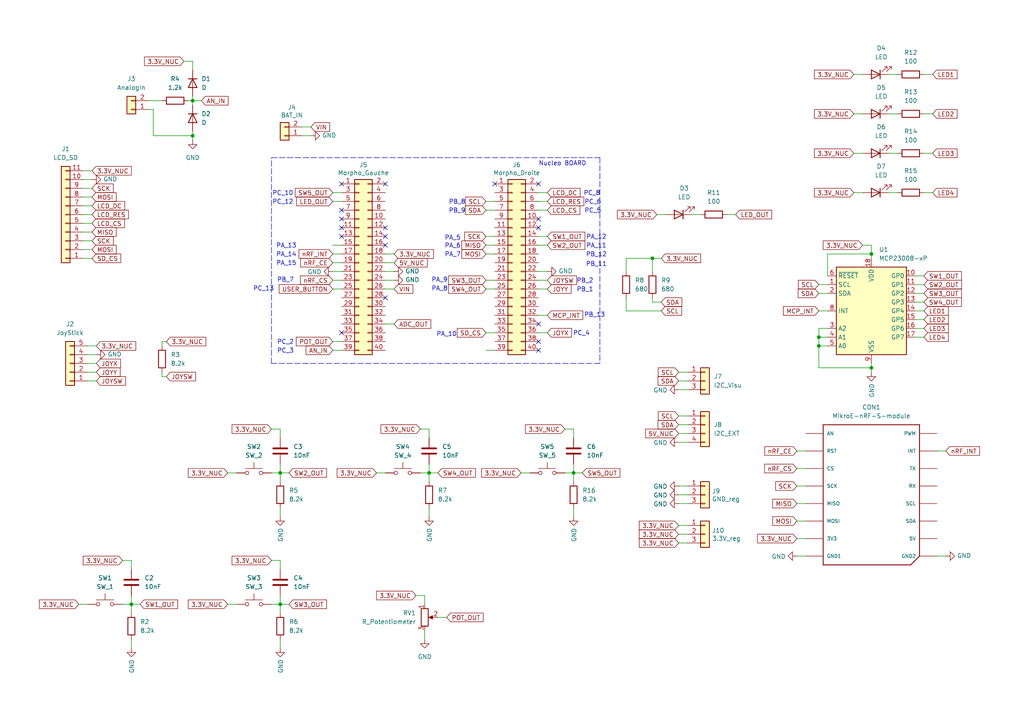
<source format=kicad_sch>
(kicad_sch (version 20231120) (generator "eeschema") (generator_version "8.0")
  (paper "A4")
  (junction (at 252.73 106.68))
  (junction (at 81.28 175.26))
  (junction (at 189.23 74.93))
  (junction (at 252.73 73.66))
  (junction (at 81.28 137.16))
  (junction (at 55.88 29.21))
  (junction (at 237.49 100.33))
  (junction (at 166.37 137.16))
  (junction (at 38.1 175.26))
  (junction (at 124.46 137.16))
  (junction (at 55.88 39.37))
  (junction (at 237.49 97.79))
  (no_connect (at 156.21 93.98))
  (no_connect (at 99.06 68.58))
  (no_connect (at 99.06 60.96))
  (no_connect (at 156.21 101.6))
  (no_connect (at 111.76 66.04))
  (no_connect (at 111.76 68.58))
  (no_connect (at 111.76 86.36))
  (no_connect (at 111.76 71.12))
  (no_connect (at 156.21 99.06))
  (no_connect (at 156.21 63.5))
  (no_connect (at 111.76 53.34))
  (no_connect (at 99.06 53.34))
  (no_connect (at 156.21 66.04))
  (no_connect (at 99.06 66.04))
  (no_connect (at 99.06 63.5))
  (no_connect (at 143.51 53.34))
  (no_connect (at 156.21 53.34))
  (no_connect (at 99.06 96.52))
  (wire (pts (xy 66.04 137.16) (xy 68.58 137.16)))
  (wire (pts (xy 191.77 74.93) (xy 189.23 74.93)))
  (wire (pts (xy 81.28 147.32) (xy 81.28 149.86)))
  (wire (pts (xy 55.88 29.21) (xy 55.88 27.94)))
  (wire (pts (xy 231.14 140.97) (xy 233.68 140.97)))
  (wire (pts (xy 231.14 146.05) (xy 233.68 146.05)))
  (wire (pts (xy 237.49 97.79) (xy 237.49 95.25)))
  (wire (pts (xy 81.28 185.42) (xy 81.28 187.96)))
  (wire (pts (xy 24.13 72.39) (xy 26.67 72.39)))
  (wire (pts (xy 96.52 99.06) (xy 99.06 99.06)))
  (wire (pts (xy 81.28 137.16) (xy 83.82 137.16)))
  (wire (pts (xy 231.14 130.81) (xy 233.68 130.81)))
  (wire (pts (xy 114.3 76.2) (xy 111.76 76.2)))
  (wire (pts (xy 196.85 140.97) (xy 199.39 140.97)))
  (wire (pts (xy 196.85 113.03) (xy 199.39 113.03)))
  (wire (pts (xy 265.43 97.79) (xy 267.97 97.79)))
  (wire (pts (xy 267.97 44.45) (xy 270.51 44.45)))
  (wire (pts (xy 210.82 62.23) (xy 213.36 62.23)))
  (wire (pts (xy 156.21 91.44) (xy 158.75 91.44)))
  (wire (pts (xy 55.88 29.21) (xy 58.42 29.21)))
  (wire (pts (xy 196.85 123.19) (xy 199.39 123.19)))
  (wire (pts (xy 35.56 175.26) (xy 38.1 175.26)))
  (wire (pts (xy 140.97 58.42) (xy 143.51 58.42)))
  (wire (pts (xy 156.21 60.96) (xy 158.75 60.96)))
  (wire (pts (xy 111.76 83.82) (xy 114.3 83.82)))
  (wire (pts (xy 25.4 107.95) (xy 27.94 107.95)))
  (wire (pts (xy 237.49 100.33) (xy 240.03 100.33)))
  (wire (pts (xy 140.97 71.12) (xy 143.51 71.12)))
  (wire (pts (xy 121.92 124.46) (xy 124.46 124.46)))
  (wire (pts (xy 120.65 172.72) (xy 123.19 172.72)))
  (wire (pts (xy 252.73 106.68) (xy 252.73 107.95)))
  (wire (pts (xy 22.86 175.26) (xy 25.4 175.26)))
  (wire (pts (xy 96.52 81.28) (xy 99.06 81.28)))
  (wire (pts (xy 196.85 125.73) (xy 199.39 125.73)))
  (wire (pts (xy 247.65 44.45) (xy 250.19 44.45)))
  (wire (pts (xy 237.49 95.25) (xy 240.03 95.25)))
  (wire (pts (xy 78.74 162.56) (xy 81.28 162.56)))
  (wire (pts (xy 96.52 101.6) (xy 99.06 101.6)))
  (wire (pts (xy 25.4 102.87) (xy 27.94 102.87)))
  (wire (pts (xy 265.43 95.25) (xy 267.97 95.25)))
  (wire (pts (xy 48.26 109.22) (xy 46.99 109.22)))
  (wire (pts (xy 111.76 81.28) (xy 114.3 81.28)))
  (wire (pts (xy 124.46 147.32) (xy 124.46 149.86)))
  (wire (pts (xy 25.4 100.33) (xy 27.94 100.33)))
  (wire (pts (xy 237.49 90.17) (xy 240.03 90.17)))
  (wire (pts (xy 189.23 74.93) (xy 189.23 78.74)))
  (wire (pts (xy 111.76 73.66) (xy 114.3 73.66)))
  (wire (pts (xy 96.52 78.74) (xy 99.06 78.74)))
  (wire (pts (xy 156.21 78.74) (xy 158.75 78.74)))
  (wire (pts (xy 96.52 73.66) (xy 99.06 73.66)))
  (wire (pts (xy 78.74 137.16) (xy 81.28 137.16)))
  (wire (pts (xy 81.28 137.16) (xy 81.28 139.7)))
  (wire (pts (xy 43.18 29.21) (xy 46.99 29.21)))
  (wire (pts (xy 166.37 137.16) (xy 166.37 134.62)))
  (wire (pts (xy 111.76 93.98) (xy 114.3 93.98)))
  (wire (pts (xy 96.52 83.82) (xy 99.06 83.82)))
  (wire (pts (xy 35.56 162.56) (xy 38.1 162.56)))
  (wire (pts (xy 109.22 137.16) (xy 111.76 137.16)))
  (wire (pts (xy 240.03 73.66) (xy 240.03 80.01)))
  (wire (pts (xy 199.39 157.48) (xy 196.85 157.48)))
  (wire (pts (xy 121.92 137.16) (xy 124.46 137.16)))
  (wire (pts (xy 140.97 101.6) (xy 143.51 101.6)))
  (wire (pts (xy 181.61 90.17) (xy 181.61 86.36)))
  (wire (pts (xy 237.49 106.68) (xy 237.49 100.33)))
  (wire (pts (xy 111.76 78.74) (xy 114.3 78.74)))
  (wire (pts (xy 199.39 143.51) (xy 196.85 143.51)))
  (wire (pts (xy 190.5 62.23) (xy 193.04 62.23)))
  (wire (pts (xy 24.13 57.15) (xy 26.67 57.15)))
  (wire (pts (xy 237.49 100.33) (xy 237.49 97.79)))
  (wire (pts (xy 265.43 87.63) (xy 267.97 87.63)))
  (wire (pts (xy 81.28 124.46) (xy 81.28 127)))
  (wire (pts (xy 267.97 21.59) (xy 270.51 21.59)))
  (wire (pts (xy 81.28 175.26) (xy 81.28 172.72)))
  (wire (pts (xy 247.65 33.02) (xy 250.19 33.02)))
  (wire (pts (xy 156.21 71.12) (xy 158.75 71.12)))
  (wire (pts (xy 252.73 71.12) (xy 252.73 73.66)))
  (wire (pts (xy 237.49 97.79) (xy 240.03 97.79)))
  (wire (pts (xy 25.4 110.49) (xy 27.94 110.49)))
  (wire (pts (xy 252.73 71.12) (xy 250.19 71.12)))
  (wire (pts (xy 247.65 21.59) (xy 250.19 21.59)))
  (wire (pts (xy 140.97 81.28) (xy 143.51 81.28)))
  (wire (pts (xy 247.65 55.88) (xy 250.19 55.88)))
  (wire (pts (xy 191.77 90.17) (xy 181.61 90.17)))
  (wire (pts (xy 252.73 105.41) (xy 252.73 106.68)))
  (wire (pts (xy 265.43 85.09) (xy 267.97 85.09)))
  (wire (pts (xy 96.52 76.2) (xy 99.06 76.2)))
  (wire (pts (xy 127 179.07) (xy 129.54 179.07)))
  (wire (pts (xy 38.1 162.56) (xy 38.1 165.1)))
  (wire (pts (xy 156.21 55.88) (xy 158.75 55.88)))
  (wire (pts (xy 231.14 135.89) (xy 233.68 135.89)))
  (wire (pts (xy 123.19 182.88) (xy 123.19 185.42)))
  (wire (pts (xy 265.43 82.55) (xy 267.97 82.55)))
  (wire (pts (xy 140.97 96.52) (xy 143.51 96.52)))
  (wire (pts (xy 257.81 55.88) (xy 260.35 55.88)))
  (wire (pts (xy 38.1 185.42) (xy 38.1 187.96)))
  (wire (pts (xy 78.74 124.46) (xy 81.28 124.46)))
  (wire (pts (xy 156.21 58.42) (xy 158.75 58.42)))
  (wire (pts (xy 25.4 105.41) (xy 27.94 105.41)))
  (wire (pts (xy 237.49 85.09) (xy 240.03 85.09)))
  (wire (pts (xy 96.52 58.42) (xy 99.06 58.42)))
  (wire (pts (xy 163.83 137.16) (xy 166.37 137.16)))
  (wire (pts (xy 257.81 33.02) (xy 260.35 33.02)))
  (polyline (pts (xy 78.74 45.72) (xy 173.99 45.72)) (stroke (width 0) (type dash)))
  (wire (pts (xy 24.13 52.07) (xy 26.67 52.07)))
  (wire (pts (xy 24.13 67.31) (xy 26.67 67.31)))
  (wire (pts (xy 257.81 44.45) (xy 260.35 44.45)))
  (wire (pts (xy 140.97 60.96) (xy 143.51 60.96)))
  (wire (pts (xy 54.61 29.21) (xy 55.88 29.21)))
  (wire (pts (xy 196.85 128.27) (xy 199.39 128.27)))
  (wire (pts (xy 124.46 124.46) (xy 124.46 127)))
  (wire (pts (xy 163.83 124.46) (xy 166.37 124.46)))
  (wire (pts (xy 38.1 175.26) (xy 38.1 172.72)))
  (wire (pts (xy 156.21 83.82) (xy 158.75 83.82)))
  (wire (pts (xy 24.13 62.23) (xy 26.67 62.23)))
  (wire (pts (xy 24.13 54.61) (xy 26.67 54.61)))
  (wire (pts (xy 181.61 74.93) (xy 181.61 78.74)))
  (wire (pts (xy 55.88 39.37) (xy 55.88 40.64)))
  (wire (pts (xy 231.14 151.13) (xy 233.68 151.13)))
  (wire (pts (xy 140.97 83.82) (xy 143.51 83.82)))
  (wire (pts (xy 271.78 161.29) (xy 274.32 161.29)))
  (wire (pts (xy 199.39 152.4) (xy 196.85 152.4)))
  (wire (pts (xy 55.88 39.37) (xy 44.45 39.37)))
  (wire (pts (xy 96.52 55.88) (xy 99.06 55.88)))
  (wire (pts (xy 44.45 31.75) (xy 43.18 31.75)))
  (wire (pts (xy 24.13 59.69) (xy 26.67 59.69)))
  (wire (pts (xy 252.73 73.66) (xy 240.03 73.66)))
  (wire (pts (xy 267.97 55.88) (xy 270.51 55.88)))
  (wire (pts (xy 55.88 17.78) (xy 53.34 17.78)))
  (wire (pts (xy 81.28 175.26) (xy 83.82 175.26)))
  (wire (pts (xy 166.37 137.16) (xy 166.37 139.7)))
  (wire (pts (xy 55.88 38.1) (xy 55.88 39.37)))
  (wire (pts (xy 200.66 62.23) (xy 203.2 62.23)))
  (wire (pts (xy 189.23 87.63) (xy 189.23 86.36)))
  (wire (pts (xy 46.99 109.22) (xy 46.99 107.95)))
  (wire (pts (xy 24.13 74.93) (xy 26.67 74.93)))
  (wire (pts (xy 196.85 107.95) (xy 199.39 107.95)))
  (wire (pts (xy 191.77 87.63) (xy 189.23 87.63)))
  (wire (pts (xy 55.88 20.32) (xy 55.88 17.78)))
  (wire (pts (xy 231.14 161.29) (xy 233.68 161.29)))
  (wire (pts (xy 78.74 175.26) (xy 81.28 175.26)))
  (wire (pts (xy 24.13 69.85) (xy 26.67 69.85)))
  (wire (pts (xy 237.49 82.55) (xy 240.03 82.55)))
  (wire (pts (xy 123.19 172.72) (xy 123.19 175.26)))
  (wire (pts (xy 81.28 175.26) (xy 81.28 177.8)))
  (wire (pts (xy 96.52 71.12) (xy 99.06 71.12)))
  (wire (pts (xy 252.73 106.68) (xy 237.49 106.68)))
  (wire (pts (xy 252.73 73.66) (xy 252.73 74.93)))
  (wire (pts (xy 257.81 21.59) (xy 260.35 21.59)))
  (wire (pts (xy 140.97 68.58) (xy 143.51 68.58)))
  (wire (pts (xy 140.97 73.66) (xy 143.51 73.66)))
  (wire (pts (xy 24.13 64.77) (xy 26.67 64.77)))
  (wire (pts (xy 124.46 137.16) (xy 124.46 134.62)))
  (wire (pts (xy 55.88 29.21) (xy 55.88 30.48)))
  (wire (pts (xy 87.63 39.37) (xy 90.17 39.37)))
  (wire (pts (xy 156.21 81.28) (xy 158.75 81.28)))
  (wire (pts (xy 166.37 147.32) (xy 166.37 149.86)))
  (wire (pts (xy 271.78 130.81) (xy 274.32 130.81)))
  (wire (pts (xy 265.43 80.01) (xy 267.97 80.01)))
  (polyline (pts (xy 78.74 105.41) (xy 78.74 45.72)) (stroke (width 0) (type dash)))
  (wire (pts (xy 166.37 137.16) (xy 168.91 137.16)))
  (wire (pts (xy 38.1 175.26) (xy 40.64 175.26)))
  (wire (pts (xy 124.46 137.16) (xy 124.46 139.7)))
  (wire (pts (xy 156.21 96.52) (xy 158.75 96.52)))
  (wire (pts (xy 81.28 162.56) (xy 81.28 165.1)))
  (wire (pts (xy 46.99 99.06) (xy 48.26 99.06)))
  (polyline (pts (xy 173.99 45.72) (xy 173.99 105.41)) (stroke (width 0) (type dash)))
  (wire (pts (xy 46.99 100.33) (xy 46.99 99.06)))
  (wire (pts (xy 265.43 90.17) (xy 267.97 90.17)))
  (wire (pts (xy 44.45 39.37) (xy 44.45 31.75)))
  (wire (pts (xy 151.13 137.16) (xy 153.67 137.16)))
  (wire (pts (xy 199.39 146.05) (xy 196.85 146.05)))
  (wire (pts (xy 66.04 175.26) (xy 68.58 175.26)))
  (wire (pts (xy 199.39 154.94) (xy 196.85 154.94)))
  (wire (pts (xy 196.85 110.49) (xy 199.39 110.49)))
  (polyline (pts (xy 173.99 105.41) (xy 78.74 105.41)) (stroke (width 0) (type dash)))
  (wire (pts (xy 265.43 92.71) (xy 267.97 92.71)))
  (wire (pts (xy 124.46 137.16) (xy 127 137.16)))
  (wire (pts (xy 166.37 124.46) (xy 166.37 127)))
  (wire (pts (xy 87.63 36.83) (xy 90.17 36.83)))
  (wire (pts (xy 189.23 74.93) (xy 181.61 74.93)))
  (wire (pts (xy 24.13 49.53) (xy 26.67 49.53)))
  (wire (pts (xy 267.97 33.02) (xy 270.51 33.02)))
  (wire (pts (xy 81.28 137.16) (xy 81.28 134.62)))
  (wire (pts (xy 38.1 175.26) (xy 38.1 177.8)))
  (wire (pts (xy 196.85 120.65) (xy 199.39 120.65)))
  (wire (pts (xy 231.14 156.21) (xy 233.68 156.21)))
  (wire (pts (xy 156.21 68.58) (xy 158.75 68.58)))
  (text "PA_12" (at 172.974 68.834 0) (effects (font (size 1.27 1.27))))
  (text "PC_2" (at 82.804 99.314 0) (effects (font (size 1.27 1.27))))
  (text "PB_8" (at 132.588 58.674 0) (effects (font (size 1.27 1.27))))
  (text "PA_7" (at 131.318 73.914 0) (effects (font (size 1.27 1.27))))
  (text "PC_8" (at 171.704 56.134 0) (effects (font (size 1.27 1.27))))
  (text "PA_5" (at 131.318 69.088 0) (effects (font (size 1.27 1.27))))
  (text "PB_13" (at 172.466 91.44 0) (effects (font (size 1.27 1.27))))
  (text "PA_14" (at 83.058 73.914 0) (effects (font (size 1.27 1.27))))
  (text "PB_11" (at 172.974 76.708 0) (effects (font (size 1.27 1.27))))
  (text "PB_9" (at 132.588 61.214 0) (effects (font (size 1.27 1.27))))
  (text "PA_9" (at 127.508 81.28 0) (effects (font (size 1.27 1.27))))
  (text "PC_5" (at 171.958 61.214 0) (effects (font (size 1.27 1.27))))
  (text "PB_2" (at 169.672 81.534 0) (effects (font (size 1.27 1.27))))
  (text "PC_12" (at 82.042 58.674 0) (effects (font (size 1.27 1.27))))
  (text "PC_13" (at 76.454 83.82 0) (effects (font (size 1.27 1.27))))
  (text "PA_8" (at 127.508 83.82 0) (effects (font (size 1.27 1.27))))
  (text "PA_10" (at 129.54 97.028 0) (effects (font (size 1.27 1.27))))
  (text "PA_15" (at 83.058 76.454 0) (effects (font (size 1.27 1.27))))
  (text "PC_10" (at 82.042 56.134 0) (effects (font (size 1.27 1.27))))
  (text "PA_11" (at 172.974 71.374 0) (effects (font (size 1.27 1.27))))
  (text "PC_4" (at 168.656 96.774 0) (effects (font (size 1.27 1.27))))
  (text "PA_6" (at 131.318 71.374 0) (effects (font (size 1.27 1.27))))
  (text "PA_13" (at 83.058 71.374 0) (effects (font (size 1.27 1.27))))
  (text "Nucleo BOARD" (at 156.21 48.26 0) (effects (font (size 1.27 1.27)) (justify left bottom)))
  (text "PB_12" (at 172.974 73.914 0) (effects (font (size 1.27 1.27))))
  (text "PC_3" (at 82.804 101.854 0) (effects (font (size 1.27 1.27))))
  (text "PB_1\n" (at 169.672 84.074 0) (effects (font (size 1.27 1.27))))
  (text "PB_7" (at 82.804 81.28 0) (effects (font (size 1.27 1.27))))
  (text "PC_6" (at 171.958 58.674 0) (effects (font (size 1.27 1.27))))
  (global_label "SCK" (shape input) (at 26.67 54.61 0) (property "Intersheetrefs" "${INTERSHEET_REFS}" (effects (hide yes))))
  (global_label "SCK" (shape input) (at 140.97 68.58 180) (property "Intersheetrefs" "${INTERSHEET_REFS}" (effects (hide yes))))
  (global_label "USER_BUTTON" (shape input) (at 96.52 83.82 180) (property "Intersheetrefs" "${INTERSHEET_REFS}" (effects (hide yes))))
  (global_label "SCL" (shape input) (at 191.77 90.17 0) (property "Intersheetrefs" "${INTERSHEET_REFS}" (effects (hide yes))))
  (global_label "LCD_DC" (shape input) (at 26.67 59.69 0) (property "Intersheetrefs" "${INTERSHEET_REFS}" (effects (hide yes))))
  (global_label "LCD_CS" (shape input) (at 158.75 60.96 0) (property "Intersheetrefs" "${INTERSHEET_REFS}" (effects (hide yes))))
  (global_label "SW2_OUT" (shape input) (at 267.97 82.55 0) (property "Intersheetrefs" "${INTERSHEET_REFS}" (effects (hide yes))))
  (global_label "VIN" (shape input) (at 90.17 36.83 0) (property "Intersheetrefs" "${INTERSHEET_REFS}" (effects (hide yes))))
  (global_label "MISO" (shape input) (at 140.97 71.12 180) (property "Intersheetrefs" "${INTERSHEET_REFS}" (effects (hide yes))))
  (global_label "JOYSW" (shape input) (at 27.94 110.49 0) (property "Intersheetrefs" "${INTERSHEET_REFS}" (effects (hide yes))))
  (global_label "SW1_OUT" (shape input) (at 40.64 175.26 0) (property "Intersheetrefs" "${INTERSHEET_REFS}" (effects (hide yes))))
  (global_label "3.3V_NUC" (shape input) (at 247.65 55.88 180) (property "Intersheetrefs" "${INTERSHEET_REFS}" (effects (hide yes))))
  (global_label "SDA" (shape input) (at 196.85 123.19 180) (property "Intersheetrefs" "${INTERSHEET_REFS}" (effects (hide yes))))
  (global_label "LED_OUT" (shape input) (at 213.36 62.23 0) (property "Intersheetrefs" "${INTERSHEET_REFS}" (effects (hide yes))))
  (global_label "SCL" (shape input) (at 196.85 107.95 180) (property "Intersheetrefs" "${INTERSHEET_REFS}" (effects (hide yes))))
  (global_label "JOYY" (shape input) (at 27.94 107.95 0) (property "Intersheetrefs" "${INTERSHEET_REFS}" (effects (hide yes))))
  (global_label "SW4_OUT" (shape input) (at 127 137.16 0) (property "Intersheetrefs" "${INTERSHEET_REFS}" (effects (hide yes))))
  (global_label "LED3" (shape input) (at 267.97 95.25 0) (property "Intersheetrefs" "${INTERSHEET_REFS}" (effects (hide yes))))
  (global_label "3.3V_NUC" (shape input) (at 48.26 99.06 0) (property "Intersheetrefs" "${INTERSHEET_REFS}" (effects (hide yes))))
  (global_label "ADC_OUT" (shape input) (at 114.3 93.98 0) (property "Intersheetrefs" "${INTERSHEET_REFS}" (effects (hide yes))))
  (global_label "MOSI" (shape input) (at 231.14 151.13 180) (property "Intersheetrefs" "${INTERSHEET_REFS}" (effects (hide yes))))
  (global_label "3.3V_NUC" (shape input) (at 35.56 162.56 180) (property "Intersheetrefs" "${INTERSHEET_REFS}" (effects (hide yes))))
  (global_label "3.3V_NUC" (shape input) (at 121.92 124.46 180) (property "Intersheetrefs" "${INTERSHEET_REFS}" (effects (hide yes))))
  (global_label "LCD_RES" (shape input) (at 26.67 62.23 0) (property "Intersheetrefs" "${INTERSHEET_REFS}" (effects (hide yes))))
  (global_label "POT_OUT" (shape input) (at 129.54 179.07 0) (property "Intersheetrefs" "${INTERSHEET_REFS}" (effects (hide yes))))
  (global_label "SCL" (shape input) (at 140.97 58.42 180) (property "Intersheetrefs" "${INTERSHEET_REFS}" (effects (hide yes))))
  (global_label "3.3V_NUC" (shape input) (at 114.3 73.66 0) (property "Intersheetrefs" "${INTERSHEET_REFS}" (effects (hide yes))))
  (global_label "3.3V_NUC" (shape input) (at 247.65 21.59 180) (property "Intersheetrefs" "${INTERSHEET_REFS}" (effects (hide yes))))
  (global_label "3.3V_NUC" (shape input) (at 78.74 162.56 180) (property "Intersheetrefs" "${INTERSHEET_REFS}" (effects (hide yes))))
  (global_label "nRF_CS" (shape input) (at 96.52 81.28 180) (property "Intersheetrefs" "${INTERSHEET_REFS}" (effects (hide yes))))
  (global_label "LED4" (shape input) (at 270.51 55.88 0) (property "Intersheetrefs" "${INTERSHEET_REFS}" (effects (hide yes))))
  (global_label "3.3V_NUC" (shape input) (at 190.5 62.23 180) (property "Intersheetrefs" "${INTERSHEET_REFS}" (effects (hide yes))))
  (global_label "SDA" (shape input) (at 191.77 87.63 0) (property "Intersheetrefs" "${INTERSHEET_REFS}" (effects (hide yes))))
  (global_label "3.3V_NUC" (shape input) (at 191.77 74.93 0) (property "Intersheetrefs" "${INTERSHEET_REFS}" (effects (hide yes))))
  (global_label "3.3V_NUC" (shape input) (at 196.85 152.4 180) (property "Intersheetrefs" "${INTERSHEET_REFS}" (effects (hide yes))))
  (global_label "3.3V_NUC" (shape input) (at 66.04 175.26 180) (property "Intersheetrefs" "${INTERSHEET_REFS}" (effects (hide yes))))
  (global_label "LED3" (shape input) (at 270.51 44.45 0) (property "Intersheetrefs" "${INTERSHEET_REFS}" (effects (hide yes))))
  (global_label "LED_OUT" (shape input) (at 96.52 58.42 180) (property "Intersheetrefs" "${INTERSHEET_REFS}" (effects (hide yes))))
  (global_label "SCK" (shape input) (at 26.67 69.85 0) (property "Intersheetrefs" "${INTERSHEET_REFS}" (effects (hide yes))))
  (global_label "SW3_OUT" (shape input) (at 140.97 81.28 180) (property "Intersheetrefs" "${INTERSHEET_REFS}" (effects (hide yes))))
  (global_label "LED2" (shape input) (at 270.51 33.02 0) (property "Intersheetrefs" "${INTERSHEET_REFS}" (effects (hide yes))))
  (global_label "LED2" (shape input) (at 267.97 92.71 0) (property "Intersheetrefs" "${INTERSHEET_REFS}" (effects (hide yes))))
  (global_label "SW4_OUT" (shape input) (at 140.97 83.82 180) (property "Intersheetrefs" "${INTERSHEET_REFS}" (effects (hide yes))))
  (global_label "SW1_OUT" (shape input) (at 267.97 80.01 0) (property "Intersheetrefs" "${INTERSHEET_REFS}" (effects (hide yes))))
  (global_label "5V_NUC" (shape input) (at 114.3 76.2 0) (property "Intersheetrefs" "${INTERSHEET_REFS}" (effects (hide yes))))
  (global_label "SDA" (shape input) (at 237.49 85.09 180) (property "Intersheetrefs" "${INTERSHEET_REFS}" (effects (hide yes))))
  (global_label "JOYY" (shape input) (at 158.75 83.82 0) (property "Intersheetrefs" "${INTERSHEET_REFS}" (effects (hide yes))))
  (global_label "nRF_INT" (shape input) (at 274.32 130.81 0) (property "Intersheetrefs" "${INTERSHEET_REFS}" (effects (hide yes))))
  (global_label "SW2_OUT" (shape input) (at 83.82 137.16 0) (property "Intersheetrefs" "${INTERSHEET_REFS}" (effects (hide yes))))
  (global_label "LED1" (shape input) (at 270.51 21.59 0) (property "Intersheetrefs" "${INTERSHEET_REFS}" (effects (hide yes))))
  (global_label "MOSI" (shape input) (at 26.67 57.15 0) (property "Intersheetrefs" "${INTERSHEET_REFS}" (effects (hide yes))))
  (global_label "LCD_DC" (shape input) (at 158.75 55.88 0) (property "Intersheetrefs" "${INTERSHEET_REFS}" (effects (hide yes))))
  (global_label "SW3_OUT" (shape input) (at 83.82 175.26 0) (property "Intersheetrefs" "${INTERSHEET_REFS}" (effects (hide yes))))
  (global_label "3.3V_NUC" (shape input) (at 66.04 137.16 180) (property "Intersheetrefs" "${INTERSHEET_REFS}" (effects (hide yes))))
  (global_label "MCP_INT" (shape input) (at 237.49 90.17 180) (property "Intersheetrefs" "${INTERSHEET_REFS}" (effects (hide yes))))
  (global_label "SD_CS" (shape input) (at 26.67 74.93 0) (property "Intersheetrefs" "${INTERSHEET_REFS}" (effects (hide yes))))
  (global_label "3.3V_NUC" (shape input) (at 247.65 33.02 180) (property "Intersheetrefs" "${INTERSHEET_REFS}" (effects (hide yes))))
  (global_label "LED1" (shape input) (at 267.97 90.17 0) (property "Intersheetrefs" "${INTERSHEET_REFS}" (effects (hide yes))))
  (global_label "nRF_CS" (shape input) (at 231.14 135.89 180) (property "Intersheetrefs" "${INTERSHEET_REFS}" (effects (hide yes))))
  (global_label "SCK" (shape input) (at 231.14 140.97 180) (property "Intersheetrefs" "${INTERSHEET_REFS}" (effects (hide yes))))
  (global_label "SW3_OUT" (shape input) (at 267.97 85.09 0) (property "Intersheetrefs" "${INTERSHEET_REFS}" (effects (hide yes))))
  (global_label "3.3V_NUC" (shape input) (at 196.85 154.94 180) (property "Intersheetrefs" "${INTERSHEET_REFS}" (effects (hide yes))))
  (global_label "3.3V_NUC" (shape input) (at 27.94 100.33 0) (property "Intersheetrefs" "${INTERSHEET_REFS}" (effects (hide yes))))
  (global_label "3.3V_NUC" (shape input) (at 22.86 175.26 180) (property "Intersheetrefs" "${INTERSHEET_REFS}" (effects (hide yes))))
  (global_label "SDA" (shape input) (at 140.97 60.96 180) (property "Intersheetrefs" "${INTERSHEET_REFS}" (effects (hide yes))))
  (global_label "SW5_OUT" (shape input) (at 168.91 137.16 0) (property "Intersheetrefs" "${INTERSHEET_REFS}" (effects (hide yes))))
  (global_label "MISO" (shape input) (at 231.14 146.05 180) (property "Intersheetrefs" "${INTERSHEET_REFS}" (effects (hide yes))))
  (global_label "POT_OUT" (shape input) (at 96.52 99.06 180) (property "Intersheetrefs" "${INTERSHEET_REFS}" (effects (hide yes))))
  (global_label "LCD_CS" (shape input) (at 26.67 64.77 0) (property "Intersheetrefs" "${INTERSHEET_REFS}" (effects (hide yes))))
  (global_label "3.3V_NUC" (shape input) (at 163.83 124.46 180) (property "Intersheetrefs" "${INTERSHEET_REFS}" (effects (hide yes))))
  (global_label "MOSI" (shape input) (at 140.97 73.66 180) (property "Intersheetrefs" "${INTERSHEET_REFS}" (effects (hide yes))))
  (global_label "LED4" (shape input) (at 267.97 97.79 0) (property "Intersheetrefs" "${INTERSHEET_REFS}" (effects (hide yes))))
  (global_label "SD_CS" (shape input) (at 140.97 96.52 180) (property "Intersheetrefs" "${INTERSHEET_REFS}" (effects (hide yes))))
  (global_label "3.3V_NUC" (shape input) (at 26.67 49.53 0) (property "Intersheetrefs" "${INTERSHEET_REFS}" (effects (hide yes))))
  (global_label "AN_IN" (shape input) (at 96.52 101.6 180) (property "Intersheetrefs" "${INTERSHEET_REFS}" (effects (hide yes))))
  (global_label "JOYX" (shape input) (at 158.75 96.52 0) (property "Intersheetrefs" "${INTERSHEET_REFS}" (effects (hide yes))))
  (global_label "SDA" (shape input) (at 196.85 110.49 180) (property "Intersheetrefs" "${INTERSHEET_REFS}" (effects (hide yes))))
  (global_label "MISO" (shape input) (at 26.67 67.31 0) (property "Intersheetrefs" "${INTERSHEET_REFS}" (effects (hide yes))))
  (global_label "3.3V_NUC" (shape input) (at 53.34 17.78 180) (property "Intersheetrefs" "${INTERSHEET_REFS}" (effects (hide yes))))
  (global_label "nRF_CE" (shape input) (at 231.14 130.81 180) (property "Intersheetrefs" "${INTERSHEET_REFS}" (effects (hide yes))))
  (global_label "SW5_OUT" (shape input) (at 96.52 55.88 180) (property "Intersheetrefs" "${INTERSHEET_REFS}" (effects (hide yes))))
  (global_label "JOYX" (shape input) (at 27.94 105.41 0) (property "Intersheetrefs" "${INTERSHEET_REFS}" (effects (hide yes))))
  (global_label "MCP_INT" (shape input) (at 158.75 91.44 0) (property "Intersheetrefs" "${INTERSHEET_REFS}" (effects (hide yes))))
  (global_label "3.3V_NUC" (shape input) (at 78.74 124.46 180) (property "Intersheetrefs" "${INTERSHEET_REFS}" (effects (hide yes))))
  (global_label "3.3V_NUC" (shape input) (at 247.65 44.45 180) (property "Intersheetrefs" "${INTERSHEET_REFS}" (effects (hide yes))))
  (global_label "nRF_CE" (shape input) (at 96.52 76.2 180) (property "Intersheetrefs" "${INTERSHEET_REFS}" (effects (hide yes))))
  (global_label "AN_IN" (shape input) (at 58.42 29.21 0) (property "Intersheetrefs" "${INTERSHEET_REFS}" (effects (hide yes))))
  (global_label "SW1_OUT" (shape input) (at 158.75 68.58 0) (property "Intersheetrefs" "${INTERSHEET_REFS}" (effects (hide yes))))
  (global_label "JOYSW" (shape input) (at 48.26 109.22 0) (property "Intersheetrefs" "${INTERSHEET_REFS}" (effects (hide yes))))
  (global_label "MOSI" (shape input) (at 26.67 72.39 0) (property "Intersheetrefs" "${INTERSHEET_REFS}" (effects (hide yes))))
  (global_label "3.3V_NUC" (shape input) (at 250.19 71.12 180) (property "Intersheetrefs" "${INTERSHEET_REFS}" (effects (hide yes))))
  (global_label "5V_NUC" (shape input) (at 196.85 125.73 180) (property "Intersheetrefs" "${INTERSHEET_REFS}" (effects (hide yes))))
  (global_label "3.3V_NUC" (shape input) (at 109.22 137.16 180) (property "Intersheetrefs" "${INTERSHEET_REFS}" (effects (hide yes))))
  (global_label "3.3V_NUC" (shape input) (at 120.65 172.72 180) (property "Intersheetrefs" "${INTERSHEET_REFS}" (effects (hide yes))))
  (global_label "nRF_INT" (shape input) (at 96.52 73.66 180) (property "Intersheetrefs" "${INTERSHEET_REFS}" (effects (hide yes))))
  (global_label "SW4_OUT" (shape input) (at 267.97 87.63 0) (property "Intersheetrefs" "${INTERSHEET_REFS}" (effects (hide yes))))
  (global_label "SW2_OUT" (shape input) (at 158.75 71.12 0) (property "Intersheetrefs" "${INTERSHEET_REFS}" (effects (hide yes))))
  (global_label "3.3V_NUC" (shape input) (at 231.14 156.21 180) (property "Intersheetrefs" "${INTERSHEET_REFS}" (effects (hide yes))))
  (global_label "LCD_RES" (shape input) (at 158.75 58.42 0) (property "Intersheetrefs" "${INTERSHEET_REFS}" (effects (hide yes))))
  (global_label "SCL" (shape input) (at 237.49 82.55 180) (property "Intersheetrefs" "${INTERSHEET_REFS}" (effects (hide yes))))
  (global_label "SCL" (shape input) (at 196.85 120.65 180) (property "Intersheetrefs" "${INTERSHEET_REFS}" (effects (hide yes))))
  (global_label "3.3V_NUC" (shape input) (at 196.85 157.48 180) (property "Intersheetrefs" "${INTERSHEET_REFS}" (effects (hide yes))))
  (global_label "JOYSW" (shape input) (at 158.75 81.28 0) (property "Intersheetrefs" "${INTERSHEET_REFS}" (effects (hide yes))))
  (global_label "VIN" (shape input) (at 114.3 83.82 0) (property "Intersheetrefs" "${INTERSHEET_REFS}" (effects (hide yes))))
  (global_label "3.3V_NUC" (shape input) (at 151.13 137.16 180) (property "Intersheetrefs" "${INTERSHEET_REFS}" (effects (hide yes))))
  (symbol (lib_id "Connector_Generic:Conn_01x02") (at 82.55 39.37 180) (unit 1)
    (property "Reference" "J4" (at 84.6328 31.115 0))
    (property "Value" "BAT_IN" (at 84.6328 33.4264 0))
    (property "Footprint" "TerminalBlock_Phoenix:TerminalBlock_Phoenix_MKDS-3-2-5.08_1x02_P5.08mm_Horizontal" (effects (hide yes)))
  )
  (symbol (lib_id "power:GND") (at 90.17 39.37 90) (unit 1)
    (property "Reference" "#PWR08" (effects (hide yes)))
    (property "Value" "GND" (at 93.4212 39.243 90) (effects (justify right)))
  )
  (symbol (lib_id "Connector_Generic:Conn_02x20_Odd_Even") (at 104.14 76.2 0) (unit 1)
    (property "Reference" "J5" (at 105.41 47.8282 0))
    (property "Value" "Morpho_Gauche" (at 105.41 50.1396 0))
    (property "Footprint" "Connector_PinHeader_2.54mm:PinHeader_2x20_P2.54mm_Vertical" (effects (hide yes)))
  )
  (symbol (lib_id "Connector_Generic:Conn_02x20_Odd_Even") (at 148.59 76.2 0) (unit 1)
    (property "Reference" "J6" (at 149.86 47.8282 0))
    (property "Value" "Morpho_Droite" (at 149.86 50.1396 0))
    (property "Footprint" "Connector_PinHeader_2.54mm:PinHeader_2x20_P2.54mm_Vertical" (effects (hide yes)))
  )
  (symbol (lib_id "power:GND") (at 96.52 78.74 270) (unit 1)
    (property "Reference" "#PWR09" (effects (hide yes)))
    (property "Value" "GND" (at 93.2688 78.867 90) (effects (justify right)))
  )
  (symbol (lib_id "power:GND") (at 114.3 78.74 90) (unit 1)
    (property "Reference" "#PWR010" (effects (hide yes)))
    (property "Value" "GND" (at 117.5512 78.613 90) (effects (justify right)))
  )
  (symbol (lib_id "power:GND") (at 114.3 81.28 90) (unit 1)
    (property "Reference" "#PWR011" (effects (hide yes)))
    (property "Value" "GND" (at 117.5512 81.153 90) (effects (justify right)))
  )
  (symbol (lib_id "power:GND") (at 158.75 78.74 90) (unit 1)
    (property "Reference" "#PWR014" (effects (hide yes)))
    (property "Value" "GND" (at 162.0012 78.613 90) (effects (justify right)))
  )
  (symbol (lib_id "Connector_Generic:Conn_01x03") (at 204.47 154.94 0) (unit 1)
    (property "Reference" "J10" (at 206.502 153.8732 0) (effects (justify left)))
    (property "Value" "3.3V_reg" (at 206.502 156.1846 0) (effects (justify left)))
    (property "Footprint" "Connector_PinHeader_2.54mm:PinHeader_1x03_P2.54mm_Vertical" (effects (hide yes)))
  )
  (symbol (lib_id "Connector_Generic:Conn_01x03") (at 204.47 143.51 0) (unit 1)
    (property "Reference" "J9" (at 206.502 142.4432 0) (effects (justify left)))
    (property "Value" "GND_reg" (at 206.502 144.7546 0) (effects (justify left)))
    (property "Footprint" "Connector_PinHeader_2.54mm:PinHeader_1x03_P2.54mm_Vertical" (effects (hide yes)))
  )
  (symbol (lib_id "power:GND") (at 196.85 146.05 270) (unit 1)
    (property "Reference" "#PWR019" (effects (hide yes)))
    (property "Value" "GND" (at 193.5988 146.177 90) (effects (justify right)))
  )
  (symbol (lib_id "power:GND") (at 196.85 143.51 270) (unit 1)
    (property "Reference" "#PWR018" (effects (hide yes)))
    (property "Value" "GND" (at 193.5988 143.637 90) (effects (justify right)))
  )
  (symbol (lib_id "power:GND") (at 196.85 140.97 270) (unit 1)
    (property "Reference" "#PWR017" (effects (hide yes)))
    (property "Value" "GND" (at 193.5988 141.097 90) (effects (justify right)))
  )
  (symbol (lib_id "power:GND") (at 81.28 187.96 0) (unit 1)
    (property "Reference" "#PWR07" (effects (hide yes)))
    (property "Value" "GND" (at 81.407 191.2112 90) (effects (justify right)))
  )
  (symbol (lib_id "Device:LED") (at 254 44.45 180) (unit 1)
    (property "Reference" "D6" (at 255.5875 36.83 0))
    (property "Value" "LED" (at 255.5875 39.37 0))
    (property "Footprint" "LED_THT:LED_D3.0mm_Clear" (effects (hide yes)))
    (property "Description" "Light emitting diode" (effects (hide yes)))
  )
  (symbol (lib_id "Device:R") (at 46.99 104.14 0) (unit 1)
    (property "Reference" "R3" (at 49.53 102.8699 0) (effects (justify left)))
    (property "Value" "8.2k" (at 49.53 105.4099 0) (effects (justify left)))
    (property "Footprint" "Resistor_THT:R_Axial_DIN0207_L6.3mm_D2.5mm_P10.16mm_Horizontal" (effects (hide yes)))
    (property "Description" "Resistor" (effects (hide yes)))
  )
  (symbol (lib_id "Connector_Generic:Conn_01x03") (at 204.47 110.49 0) (unit 1)
    (property "Reference" "J7" (at 207.01 109.2199 0) (effects (justify left)))
    (property "Value" "I2C_Visu" (at 207.01 111.7599 0) (effects (justify left)))
    (property "Footprint" "Connector_PinSocket_2.54mm:PinSocket_1x03_P2.54mm_Vertical" (effects (hide yes)))
    (property "Description" "Generic connector, single row, 01x03, script generated (kicad-library-utils/schlib/autogen/connector/)" (effects (hide yes)))
  )
  (symbol (lib_id "Connector_Generic:Conn_01x05") (at 20.32 105.41 180) (unit 1)
    (property "Reference" "J2" (at 20.32 93.98 0))
    (property "Value" "JoyStick" (at 20.32 96.52 0))
    (property "Footprint" "Connector_PinSocket_2.54mm:PinSocket_1x05_P2.54mm_Horizontal" (effects (hide yes)))
    (property "Description" "Generic connector, single row, 01x05, script generated (kicad-library-utils/schlib/autogen/connector/)" (effects (hide yes)))
  )
  (symbol (lib_id "Device:R_Potentiometer") (at 123.19 179.07 0) (unit 1)
    (property "Reference" "RV1" (at 120.65 177.7999 0) (effects (justify right)))
    (property "Value" "R_Potentiometer" (at 120.65 180.3399 0) (effects (justify right)))
    (property "Footprint" "Potentiometer_THT:Potentiometer_Vishay_T73YP_Vertical" (effects (hide yes)))
    (property "Description" "Potentiometer" (effects (hide yes)))
  )
  (symbol (lib_id "Connector_Generic:Conn_01x02") (at 38.1 31.75 180) (unit 1)
    (property "Reference" "J3" (at 38.1 22.86 0))
    (property "Value" "AnalogIn" (at 38.1 25.4 0))
    (property "Footprint" "Connector_PinSocket_2.54mm:PinSocket_1x02_P2.54mm_Horizontal" (effects (hide yes)))
    (property "Description" "Generic connector, single row, 01x02, script generated (kicad-library-utils/schlib/autogen/connector/)" (effects (hide yes)))
  )
  (symbol (lib_id "Switch:SW_Push") (at 73.66 175.26 0) (unit 1)
    (property "Reference" "SW3" (at 73.66 167.64 0))
    (property "Value" "SW_3" (at 73.66 170.18 0))
    (property "Footprint" "LEnsE_devices:Switch" (effects (hide yes)))
    (property "Description" "Push button switch, generic, two pins" (effects (hide yes)))
  )
  (symbol (lib_id "Device:R") (at 81.28 181.61 0) (unit 1)
    (property "Reference" "R6" (at 83.82 180.3399 0) (effects (justify left)))
    (property "Value" "8.2k" (at 83.82 182.8799 0) (effects (justify left)))
    (property "Footprint" "Resistor_THT:R_Axial_DIN0207_L6.3mm_D2.5mm_P10.16mm_Horizontal" (effects (hide yes)))
    (property "Description" "Resistor" (effects (hide yes)))
  )
  (symbol (lib_id "power:GND") (at 196.85 113.03 270) (unit 1)
    (property "Reference" "#PWR03" (effects (hide yes)))
    (property "Value" "GND" (at 193.5988 113.157 90) (effects (justify right)))
  )
  (symbol (lib_id "Device:C") (at 81.28 130.81 0) (unit 1)
    (property "Reference" "C3" (at 85.09 129.5399 0) (effects (justify left)))
    (property "Value" "10nF" (at 85.09 132.0799 0) (effects (justify left)))
    (property "Footprint" "Capacitor_THT:C_Rect_L7.0mm_W3.5mm_P5.00mm" (effects (hide yes)))
    (property "Description" "Unpolarized capacitor" (effects (hide yes)))
  )
  (symbol (lib_id "power:GND") (at 124.46 149.86 0) (unit 1)
    (property "Reference" "#PWR013" (effects (hide yes)))
    (property "Value" "GND" (at 124.587 153.1112 90) (effects (justify right)))
  )
  (symbol (lib_id "Switch:SW_Push") (at 116.84 137.16 0) (unit 1)
    (property "Reference" "SW4" (at 116.84 129.54 0))
    (property "Value" "SW_4" (at 116.84 132.08 0))
    (property "Footprint" "LEnsE_devices:Switch" (effects (hide yes)))
    (property "Description" "Push button switch, generic, two pins" (effects (hide yes)))
  )
  (symbol (lib_id "power:GND") (at 38.1 187.96 0) (unit 1)
    (property "Reference" "#PWR04" (effects (hide yes)))
    (property "Value" "GND" (at 38.227 191.2112 90) (effects (justify right)))
  )
  (symbol (lib_id "Device:D") (at 55.88 34.29 270) (unit 1)
    (property "Reference" "D2" (at 58.42 33.0199 90) (effects (justify left)))
    (property "Value" "D" (at 58.42 35.5599 90) (effects (justify left)))
    (property "Footprint" "Diode_THT:D_DO-35_SOD27_P7.62mm_Horizontal" (effects (hide yes)))
    (property "Description" "Diode" (effects (hide yes)))
  )
  (symbol (lib_id "power:GND") (at 166.37 149.86 0) (unit 1)
    (property "Reference" "#PWR024" (effects (hide yes)))
    (property "Value" "GND" (at 166.497 153.1112 90) (effects (justify right)))
  )
  (symbol (lib_id "Device:R") (at 264.16 21.59 90) (unit 1)
    (property "Reference" "R12" (at 264.16 15.24 90))
    (property "Value" "100" (at 264.16 17.78 90))
    (property "Footprint" "Resistor_THT:R_Axial_DIN0207_L6.3mm_D2.5mm_P10.16mm_Horizontal" (effects (hide yes)))
    (property "Description" "Resistor" (effects (hide yes)))
  )
  (symbol (lib_id "power:GND") (at 274.32 161.29 90) (unit 1)
    (property "Reference" "#PWR023" (effects (hide yes)))
    (property "Value" "GND" (at 277.5712 161.163 90) (effects (justify right)))
  )
  (symbol (lib_id "Device:R") (at 264.16 44.45 90) (unit 1)
    (property "Reference" "R14" (at 264.16 38.1 90))
    (property "Value" "100" (at 264.16 40.64 90))
    (property "Footprint" "Resistor_THT:R_Axial_DIN0207_L6.3mm_D2.5mm_P10.16mm_Horizontal" (effects (hide yes)))
    (property "Description" "Resistor" (effects (hide yes)))
  )
  (symbol (lib_id "Device:C") (at 166.37 130.81 0) (unit 1)
    (property "Reference" "C6" (at 170.18 129.5399 0) (effects (justify left)))
    (property "Value" "10nF" (at 170.18 132.0799 0) (effects (justify left)))
    (property "Footprint" "Capacitor_THT:C_Rect_L7.0mm_W3.5mm_P5.00mm" (effects (hide yes)))
    (property "Description" "Unpolarized capacitor" (effects (hide yes)))
  )
  (symbol (lib_id "Interface_Expansion:MCP23008-xP") (at 252.73 90.17 0) (unit 1)
    (property "Reference" "U1" (at 254.9241 72.39 0) (effects (justify left)))
    (property "Value" "MCP23008-xP" (at 254.9241 74.93 0) (effects (justify left)))
    (property "Footprint" "Package_DIP:DIP-18_W7.62mm" (effects (hide yes)))
    (property "Datasheet" "http://ww1.microchip.com/downloads/en/DeviceDoc/MCP23008-MCP23S08-Data-Sheet-20001919F.pdf" (effects (hide yes)))
    (property "Description" "8-bit I/O expander, I2C, interrupts, PDIP-18" (effects (hide yes)))
  )
  (symbol (lib_id "power:GND") (at 196.85 128.27 270) (unit 1)
    (property "Reference" "#PWR016" (effects (hide yes)))
    (property "Value" "GND" (at 193.5988 128.397 90) (effects (justify right)))
  )
  (symbol (lib_id "Device:R") (at 189.23 82.55 0) (unit 1)
    (property "Reference" "R9" (at 191.77 81.2799 0) (effects (justify left)))
    (property "Value" "680" (at 191.77 83.8199 0) (effects (justify left)))
    (property "Footprint" "Resistor_THT:R_Axial_DIN0207_L6.3mm_D2.5mm_P10.16mm_Horizontal" (effects (hide yes)))
    (property "Description" "Resistor" (effects (hide yes)))
  )
  (symbol (lib_id "Device:C") (at 38.1 168.91 0) (unit 1)
    (property "Reference" "C2" (at 41.91 167.6399 0) (effects (justify left)))
    (property "Value" "10nF" (at 41.91 170.1799 0) (effects (justify left)))
    (property "Footprint" "Capacitor_THT:C_Rect_L7.0mm_W3.5mm_P5.00mm" (effects (hide yes)))
    (property "Description" "Unpolarized capacitor" (effects (hide yes)))
  )
  (symbol (lib_id "Device:R") (at 207.01 62.23 90) (unit 1)
    (property "Reference" "R11" (at 207.01 55.88 90))
    (property "Value" "100" (at 207.01 58.42 90))
    (property "Footprint" "Resistor_THT:R_Axial_DIN0207_L6.3mm_D2.5mm_P10.16mm_Horizontal" (effects (hide yes)))
    (property "Description" "Resistor" (effects (hide yes)))
  )
  (symbol (lib_id "Device:C") (at 81.28 168.91 0) (unit 1)
    (property "Reference" "C4" (at 85.09 167.6399 0) (effects (justify left)))
    (property "Value" "10nF" (at 85.09 170.1799 0) (effects (justify left)))
    (property "Footprint" "Capacitor_THT:C_Rect_L7.0mm_W3.5mm_P5.00mm" (effects (hide yes)))
    (property "Description" "Unpolarized capacitor" (effects (hide yes)))
  )
  (symbol (lib_id "Device:R") (at 181.61 82.55 0) (unit 1)
    (property "Reference" "R8" (at 184.15 81.2799 0) (effects (justify left)))
    (property "Value" "680" (at 184.15 83.8199 0) (effects (justify left)))
    (property "Footprint" "Resistor_THT:R_Axial_DIN0207_L6.3mm_D2.5mm_P10.16mm_Horizontal" (effects (hide yes)))
    (property "Description" "Resistor" (effects (hide yes)))
  )
  (symbol (lib_id "power:GND") (at 123.19 185.42 0) (unit 1)
    (property "Reference" "#PWR012" (effects (hide yes)))
    (property "Value" "GND" (at 123.19 190.5 0))
    (property "Description" "Power symbol creates a global label with name \"GND\" , ground" (effects (hide yes)))
  )
  (symbol (lib_id "Device:R") (at 166.37 143.51 0) (unit 1)
    (property "Reference" "R16" (at 168.91 142.2399 0) (effects (justify left)))
    (property "Value" "8.2k" (at 168.91 144.7799 0) (effects (justify left)))
    (property "Footprint" "Resistor_THT:R_Axial_DIN0207_L6.3mm_D2.5mm_P10.16mm_Horizontal" (effects (hide yes)))
    (property "Description" "Resistor" (effects (hide yes)))
  )
  (symbol (lib_id "Device:LED") (at 196.85 62.23 180) (unit 1)
    (property "Reference" "D3" (at 198.4375 54.61 0))
    (property "Value" "LED" (at 198.4375 57.15 0))
    (property "Footprint" "LED_THT:LED_D3.0mm_Clear" (effects (hide yes)))
    (property "Description" "Light emitting diode" (effects (hide yes)))
  )
  (symbol (lib_id "power:GND") (at 27.94 102.87 90) (unit 1)
    (property "Reference" "#PWR02" (effects (hide yes)))
    (property "Value" "GND" (at 31.1912 102.743 90) (effects (justify right)))
  )
  (symbol (lib_id "Device:C") (at 124.46 130.81 0) (unit 1)
    (property "Reference" "C5" (at 128.27 129.5399 0) (effects (justify left)))
    (property "Value" "10nF" (at 128.27 132.0799 0) (effects (justify left)))
    (property "Footprint" "Capacitor_THT:C_Rect_L7.0mm_W3.5mm_P5.00mm" (effects (hide yes)))
    (property "Description" "Unpolarized capacitor" (effects (hide yes)))
  )
  (symbol (lib_id "Device:LED") (at 254 21.59 180) (unit 1)
    (property "Reference" "D4" (at 255.5875 13.97 0))
    (property "Value" "LED" (at 255.5875 16.51 0))
    (property "Footprint" "LED_THT:LED_D3.0mm_Clear" (effects (hide yes)))
    (property "Description" "Light emitting diode" (effects (hide yes)))
  )
  (symbol (lib_id "power:GND") (at 26.67 52.07 90) (unit 1)
    (property "Reference" "#PWR01" (effects (hide yes)))
    (property "Value" "GND" (at 29.9212 51.943 90) (effects (justify right)))
  )
  (symbol (lib_id "Device:R") (at 38.1 181.61 0) (unit 1)
    (property "Reference" "R2" (at 40.64 180.3399 0) (effects (justify left)))
    (property "Value" "8.2k" (at 40.64 182.8799 0) (effects (justify left)))
    (property "Footprint" "Resistor_THT:R_Axial_DIN0207_L6.3mm_D2.5mm_P10.16mm_Horizontal" (effects (hide yes)))
    (property "Description" "Resistor" (effects (hide yes)))
  )
  (symbol (lib_id "Device:LED") (at 254 33.02 180) (unit 1)
    (property "Reference" "D5" (at 255.5875 25.4 0))
    (property "Value" "LED" (at 255.5875 27.94 0))
    (property "Footprint" "LED_THT:LED_D3.0mm_Clear" (effects (hide yes)))
    (property "Description" "Light emitting diode" (effects (hide yes)))
  )
  (symbol (lib_id "Device:R") (at 50.8 29.21 90) (unit 1)
    (property "Reference" "R4" (at 50.8 22.86 90))
    (property "Value" "1.2k" (at 50.8 25.4 90))
    (property "Footprint" "Resistor_THT:R_Axial_DIN0207_L6.3mm_D2.5mm_P10.16mm_Horizontal" (effects (hide yes)))
    (property "Description" "Resistor" (effects (hide yes)))
  )
  (symbol (lib_id "Switch:SW_Push") (at 73.66 137.16 0) (unit 1)
    (property "Reference" "SW2" (at 73.66 129.54 0))
    (property "Value" "SW_2" (at 73.66 132.08 0))
    (property "Footprint" "LEnsE_devices:Switch" (effects (hide yes)))
    (property "Description" "Push button switch, generic, two pins" (effects (hide yes)))
  )
  (symbol (lib_id "mikroBUS:MIKROBUS_MODULE_CONN") (at 238.76 163.83 0) (unit 1)
    (property "Reference" "CON1" (at 252.73 118.11 0))
    (property "Value" "MikroE-nRF-S-module" (at 252.73 120.65 0))
    (property "Footprint" "miKro:MIKROBUS_MODULE_CONN" (effects (hide yes)))
    (property "Description" "MikroBUS module connector" (effects (hide yes)))
  )
  (symbol (lib_id "Switch:SW_Push") (at 158.75 137.16 0) (unit 1)
    (property "Reference" "SW5" (at 158.75 129.54 0))
    (property "Value" "SW_5" (at 158.75 132.08 0))
    (property "Footprint" "LEnsE_devices:Switch" (effects (hide yes)))
    (property "Description" "Push button switch, generic, two pins" (effects (hide yes)))
  )
  (symbol (lib_id "Device:LED") (at 254 55.88 180) (unit 1)
    (property "Reference" "D7" (at 255.5875 48.26 0))
    (property "Value" "LED" (at 255.5875 50.8 0))
    (property "Footprint" "LED_THT:LED_D3.0mm_Clear" (effects (hide yes)))
    (property "Description" "Light emitting diode" (effects (hide yes)))
  )
  (symbol (lib_id "Device:R") (at 264.16 33.02 90) (unit 1)
    (property "Reference" "R13" (at 264.16 26.67 90))
    (property "Value" "100" (at 264.16 29.21 90))
    (property "Footprint" "Resistor_THT:R_Axial_DIN0207_L6.3mm_D2.5mm_P10.16mm_Horizontal" (effects (hide yes)))
    (property "Description" "Resistor" (effects (hide yes)))
  )
  (symbol (lib_id "Connector_Generic:Conn_01x11") (at 19.05 62.23 180) (unit 1)
    (property "Reference" "J1" (at 19.05 43.18 0))
    (property "Value" "LCD_SD" (at 19.05 45.72 0))
    (property "Footprint" "Connector_PinSocket_2.54mm:PinSocket_1x11_P2.54mm_Horizontal" (effects (hide yes)))
    (property "Description" "Generic connector, single row, 01x11, script generated (kicad-library-utils/schlib/autogen/connector/)" (effects (hide yes)))
  )
  (symbol (lib_id "power:GND") (at 252.73 107.95 0) (unit 1)
    (property "Reference" "#PWR022" (effects (hide yes)))
    (property "Value" "GND" (at 252.857 111.2012 90) (effects (justify right)))
  )
  (symbol (lib_id "Connector_Generic:Conn_01x04") (at 204.47 123.19 0) (unit 1)
    (property "Reference" "J8" (at 207.01 123.1899 0) (effects (justify left)))
    (property "Value" "I2C_EXT" (at 207.01 125.7299 0) (effects (justify left)))
    (property "Footprint" "Connector_PinSocket_2.54mm:PinSocket_1x04_P2.54mm_Horizontal" (effects (hide yes)))
    (property "Description" "Generic connector, single row, 01x04, script generated (kicad-library-utils/schlib/autogen/connector/)" (effects (hide yes)))
  )
  (symbol (lib_id "Device:R") (at 81.28 143.51 0) (unit 1)
    (property "Reference" "R5" (at 83.82 142.2399 0) (effects (justify left)))
    (property "Value" "8.2k" (at 83.82 144.7799 0) (effects (justify left)))
    (property "Footprint" "Resistor_THT:R_Axial_DIN0207_L6.3mm_D2.5mm_P10.16mm_Horizontal" (effects (hide yes)))
    (property "Description" "Resistor" (effects (hide yes)))
  )
  (symbol (lib_id "power:GND") (at 81.28 149.86 0) (unit 1)
    (property "Reference" "#PWR06" (effects (hide yes)))
    (property "Value" "GND" (at 81.407 153.1112 90) (effects (justify right)))
  )
  (symbol (lib_id "power:GND") (at 55.88 40.64 0) (unit 1)
    (property "Reference" "#PWR05" (effects (hide yes)))
    (property "Value" "GND" (at 55.88 45.72 0))
    (property "Description" "Power symbol creates a global label with name \"GND\" , ground" (effects (hide yes)))
  )
  (symbol (lib_id "Device:D") (at 55.88 24.13 270) (unit 1)
    (property "Reference" "D1" (at 58.42 22.8599 90) (effects (justify left)))
    (property "Value" "D" (at 58.42 25.3999 90) (effects (justify left)))
    (property "Footprint" "Diode_THT:D_DO-35_SOD27_P7.62mm_Horizontal" (effects (hide yes)))
    (property "Description" "Diode" (effects (hide yes)))
  )
  (symbol (lib_id "Device:R") (at 124.46 143.51 0) (unit 1)
    (property "Reference" "R7" (at 127 142.2399 0) (effects (justify left)))
    (property "Value" "8.2k" (at 127 144.7799 0) (effects (justify left)))
    (property "Footprint" "Resistor_THT:R_Axial_DIN0207_L6.3mm_D2.5mm_P10.16mm_Horizontal" (effects (hide yes)))
    (property "Description" "Resistor" (effects (hide yes)))
  )
  (symbol (lib_id "Switch:SW_Push") (at 30.48 175.26 0) (unit 1)
    (property "Reference" "SW1" (at 30.48 167.64 0))
    (property "Value" "SW_1" (at 30.48 170.18 0))
    (property "Footprint" "LEnsE_devices:Switch" (effects (hide yes)))
    (property "Description" "Push button switch, generic, two pins" (effects (hide yes)))
  )
  (symbol (lib_id "Device:R") (at 264.16 55.88 90) (unit 1)
    (property "Reference" "R15" (at 264.16 49.53 90))
    (property "Value" "100" (at 264.16 52.07 90))
    (property "Footprint" "Resistor_THT:R_Axial_DIN0207_L6.3mm_D2.5mm_P10.16mm_Horizontal" (effects (hide yes)))
    (property "Description" "Resistor" (effects (hide yes)))
  )
  (symbol (lib_id "power:GND") (at 231.14 161.29 270) (unit 1)
    (property "Reference" "#PWR021" (effects (hide yes)))
    (property "Value" "GND" (at 227.8888 161.417 90) (effects (justify right)))
  )
)
</source>
